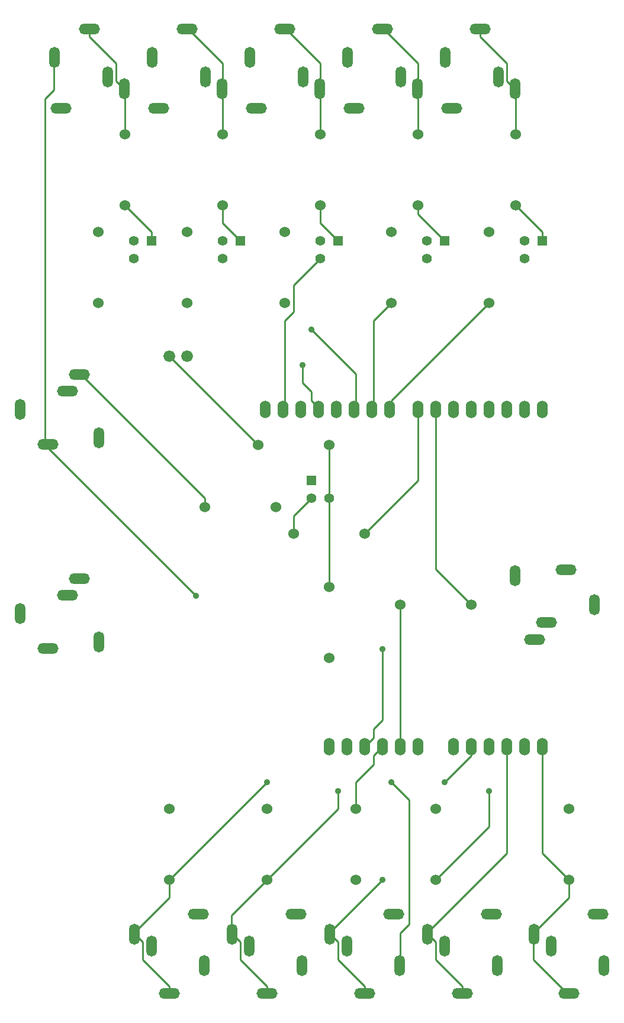
<source format=gtl>
G04 (created by PCBNEW (2013-jul-07)-stable) date Fr 13 Feb 2015 15:01:28 CET*
%MOIN*%
G04 Gerber Fmt 3.4, Leading zero omitted, Abs format*
%FSLAX34Y34*%
G01*
G70*
G90*
G04 APERTURE LIST*
%ADD10C,0.00590551*%
%ADD11R,0.055X0.055*%
%ADD12C,0.055*%
%ADD13C,0.06*%
%ADD14C,0.066*%
%ADD15O,0.0590551X0.11811*%
%ADD16O,0.11811X0.0590551*%
%ADD17O,0.06X0.1*%
%ADD18C,0.035*%
%ADD19C,0.01*%
G04 APERTURE END LIST*
G54D10*
G54D11*
X73000Y-67000D03*
G54D12*
X73000Y-68000D03*
X74000Y-68000D03*
G54D11*
X64000Y-53500D03*
G54D12*
X63000Y-53500D03*
X63000Y-54500D03*
G54D11*
X69000Y-53500D03*
G54D12*
X68000Y-53500D03*
X68000Y-54500D03*
G54D11*
X74500Y-53500D03*
G54D12*
X73500Y-53500D03*
X73500Y-54500D03*
G54D11*
X80500Y-53500D03*
G54D12*
X79500Y-53500D03*
X79500Y-54500D03*
G54D11*
X86000Y-53500D03*
G54D12*
X85000Y-53500D03*
X85000Y-54500D03*
G54D13*
X66000Y-57000D03*
X66000Y-53000D03*
X65000Y-89500D03*
X65000Y-85500D03*
X74000Y-73000D03*
X74000Y-77000D03*
X82000Y-74000D03*
X78000Y-74000D03*
X76000Y-70000D03*
X72000Y-70000D03*
X61000Y-57000D03*
X61000Y-53000D03*
X80000Y-89500D03*
X80000Y-85500D03*
X71500Y-57000D03*
X71500Y-53000D03*
X77500Y-57000D03*
X77500Y-53000D03*
X83000Y-57000D03*
X83000Y-53000D03*
X74000Y-65000D03*
X70000Y-65000D03*
X84500Y-47500D03*
X84500Y-51500D03*
X79000Y-47500D03*
X79000Y-51500D03*
X73500Y-47500D03*
X73500Y-51500D03*
X68000Y-47500D03*
X68000Y-51500D03*
X62500Y-47500D03*
X62500Y-51500D03*
X67000Y-68500D03*
X71000Y-68500D03*
X75500Y-89500D03*
X75500Y-85500D03*
X70500Y-89500D03*
X70500Y-85500D03*
X87500Y-89500D03*
X87500Y-85500D03*
G54D14*
X65000Y-60000D03*
X66000Y-60000D03*
G54D15*
X84468Y-44937D03*
X80531Y-43165D03*
X83523Y-44267D03*
G54D16*
X82500Y-41590D03*
X80877Y-46039D03*
G54D15*
X78968Y-44937D03*
X75031Y-43165D03*
X78023Y-44267D03*
G54D16*
X77000Y-41590D03*
X75377Y-46039D03*
G54D15*
X73468Y-44937D03*
X69531Y-43165D03*
X72523Y-44267D03*
G54D16*
X71500Y-41590D03*
X69877Y-46039D03*
G54D15*
X67968Y-44937D03*
X64031Y-43165D03*
X67023Y-44267D03*
G54D16*
X66000Y-41590D03*
X64377Y-46039D03*
G54D15*
X62468Y-44937D03*
X58531Y-43165D03*
X61523Y-44267D03*
G54D16*
X60500Y-41590D03*
X58877Y-46039D03*
X59937Y-61031D03*
X58165Y-64968D03*
X59267Y-61976D03*
G54D15*
X56590Y-63000D03*
X61039Y-64622D03*
G54D16*
X59937Y-72531D03*
X58165Y-76468D03*
X59267Y-73476D03*
G54D15*
X56590Y-74500D03*
X61039Y-76122D03*
X63031Y-92562D03*
X66968Y-94334D03*
X63976Y-93232D03*
G54D16*
X65000Y-95909D03*
X66622Y-91460D03*
G54D15*
X68531Y-92562D03*
X72468Y-94334D03*
X69476Y-93232D03*
G54D16*
X70500Y-95909D03*
X72122Y-91460D03*
G54D15*
X79531Y-92562D03*
X83468Y-94334D03*
X80476Y-93232D03*
G54D16*
X81500Y-95909D03*
X83122Y-91460D03*
G54D15*
X74031Y-92562D03*
X77968Y-94334D03*
X74976Y-93232D03*
G54D16*
X76000Y-95909D03*
X77622Y-91460D03*
G54D15*
X85531Y-92562D03*
X89468Y-94334D03*
X86476Y-93232D03*
G54D16*
X87500Y-95909D03*
X89122Y-91460D03*
X85562Y-75968D03*
X87334Y-72031D03*
X86232Y-75023D03*
G54D15*
X88909Y-74000D03*
X84460Y-72377D03*
G54D17*
X86000Y-82000D03*
X85000Y-82000D03*
X84000Y-82000D03*
X81000Y-82000D03*
X82000Y-82000D03*
X83000Y-82000D03*
X79000Y-82000D03*
X78000Y-82000D03*
X77000Y-82000D03*
X75000Y-82000D03*
X74000Y-82000D03*
X86000Y-63000D03*
X85000Y-63000D03*
X84000Y-63000D03*
X83000Y-63000D03*
X82000Y-63000D03*
X81000Y-63000D03*
X80000Y-63000D03*
X79000Y-63000D03*
X77400Y-63000D03*
X76400Y-63000D03*
X75400Y-63000D03*
X74400Y-63000D03*
X73400Y-63000D03*
X72400Y-63000D03*
X71400Y-63000D03*
X70400Y-63000D03*
X76000Y-82000D03*
G54D18*
X66500Y-73500D03*
X83000Y-84500D03*
X77000Y-89500D03*
X72500Y-60500D03*
X74500Y-84500D03*
X70500Y-84000D03*
X80500Y-84000D03*
X77000Y-76500D03*
X77500Y-84000D03*
X73000Y-58500D03*
G54D19*
X73500Y-54500D02*
X72000Y-56000D01*
X72000Y-56000D02*
X72000Y-57500D01*
X72000Y-57500D02*
X71500Y-58000D01*
X71500Y-58000D02*
X71500Y-63000D01*
X71500Y-63000D02*
X71400Y-63000D01*
X77000Y-82000D02*
X76500Y-82500D01*
X76500Y-82500D02*
X76500Y-83000D01*
X76500Y-83000D02*
X75500Y-84000D01*
X75500Y-84000D02*
X75500Y-85500D01*
X78000Y-74000D02*
X78000Y-82000D01*
X74000Y-68000D02*
X74000Y-73000D01*
X74000Y-65000D02*
X74000Y-68000D01*
X58165Y-64968D02*
X58000Y-65000D01*
X58000Y-65000D02*
X66500Y-73500D01*
X58165Y-64968D02*
X58000Y-65000D01*
X58000Y-65000D02*
X58000Y-45500D01*
X58000Y-45500D02*
X58500Y-45000D01*
X58500Y-45000D02*
X58500Y-43000D01*
X58500Y-43000D02*
X58531Y-43165D01*
X58165Y-64968D02*
X58000Y-65000D01*
X58165Y-64968D02*
X58000Y-65000D01*
X83000Y-57000D02*
X77500Y-62500D01*
X77500Y-62500D02*
X77500Y-63000D01*
X77500Y-63000D02*
X77400Y-63000D01*
X76000Y-70000D02*
X79000Y-67000D01*
X79000Y-67000D02*
X79000Y-63000D01*
X73000Y-68000D02*
X72000Y-69000D01*
X72000Y-69000D02*
X72000Y-70000D01*
X62500Y-51500D02*
X64000Y-53000D01*
X64000Y-53000D02*
X64000Y-53500D01*
X69000Y-53500D02*
X68000Y-52500D01*
X68000Y-52500D02*
X68000Y-51500D01*
X74500Y-53500D02*
X73500Y-52500D01*
X73500Y-52500D02*
X73500Y-51500D01*
X80500Y-53500D02*
X79000Y-52000D01*
X79000Y-52000D02*
X79000Y-51500D01*
X84500Y-51500D02*
X86000Y-53000D01*
X86000Y-53000D02*
X86000Y-53500D01*
X87500Y-89500D02*
X86000Y-88000D01*
X86000Y-88000D02*
X86000Y-82000D01*
X85531Y-92562D02*
X85500Y-92500D01*
X85500Y-92500D02*
X87500Y-90500D01*
X87500Y-90500D02*
X87500Y-89500D01*
X87500Y-95909D02*
X87500Y-96000D01*
X87500Y-96000D02*
X85500Y-94000D01*
X85500Y-94000D02*
X85500Y-92500D01*
X85500Y-92500D02*
X85531Y-92562D01*
X85531Y-92562D02*
X85500Y-92500D01*
X85500Y-92500D02*
X85531Y-92562D01*
X80000Y-89500D02*
X83000Y-86500D01*
X83000Y-86500D02*
X83000Y-84500D01*
X74031Y-92562D02*
X74000Y-92500D01*
X74000Y-92500D02*
X77000Y-89500D01*
X74031Y-92562D02*
X74000Y-92500D01*
X74000Y-92500D02*
X74500Y-93000D01*
X74500Y-93000D02*
X74500Y-94000D01*
X74500Y-94000D02*
X76000Y-95500D01*
X76000Y-95500D02*
X76000Y-95909D01*
X73400Y-63000D02*
X73500Y-63000D01*
X73500Y-63000D02*
X73000Y-62500D01*
X73000Y-62500D02*
X73000Y-62000D01*
X73000Y-62000D02*
X72500Y-61500D01*
X72500Y-61500D02*
X72500Y-60500D01*
X82000Y-74000D02*
X80000Y-72000D01*
X80000Y-72000D02*
X80000Y-63000D01*
X66000Y-41590D02*
X66000Y-41500D01*
X66000Y-41500D02*
X68000Y-43500D01*
X68000Y-43500D02*
X68000Y-45000D01*
X68000Y-45000D02*
X67968Y-44937D01*
X67968Y-44937D02*
X68000Y-45000D01*
X68000Y-45000D02*
X68000Y-47500D01*
X68000Y-45000D02*
X67968Y-44937D01*
X67968Y-44937D02*
X68000Y-45000D01*
X71500Y-41590D02*
X71500Y-41500D01*
X71500Y-41500D02*
X73500Y-43500D01*
X73500Y-43500D02*
X73500Y-45000D01*
X73500Y-45000D02*
X73468Y-44937D01*
X73468Y-44937D02*
X73500Y-45000D01*
X73500Y-45000D02*
X73500Y-47500D01*
X73500Y-45000D02*
X73468Y-44937D01*
X73468Y-44937D02*
X73500Y-45000D01*
X77000Y-41590D02*
X77000Y-41500D01*
X77000Y-41500D02*
X79000Y-43500D01*
X79000Y-43500D02*
X79000Y-45000D01*
X79000Y-45000D02*
X78968Y-44937D01*
X78968Y-44937D02*
X79000Y-45000D01*
X79000Y-45000D02*
X79000Y-47500D01*
X79000Y-45000D02*
X78968Y-44937D01*
X78968Y-44937D02*
X79000Y-45000D01*
X62468Y-44937D02*
X62500Y-45000D01*
X62500Y-45000D02*
X62000Y-44500D01*
X62000Y-44500D02*
X62000Y-43500D01*
X62000Y-43500D02*
X60500Y-42000D01*
X60500Y-42000D02*
X60500Y-41590D01*
X62468Y-44937D02*
X62500Y-45000D01*
X62500Y-45000D02*
X62500Y-47500D01*
X62468Y-44937D02*
X62500Y-45000D01*
X62468Y-44937D02*
X62500Y-45000D01*
X84468Y-44937D02*
X84500Y-45000D01*
X84500Y-45000D02*
X84000Y-44500D01*
X84000Y-44500D02*
X84000Y-43500D01*
X84000Y-43500D02*
X82500Y-42000D01*
X82500Y-42000D02*
X82500Y-41590D01*
X84500Y-47500D02*
X84500Y-45000D01*
X84500Y-45000D02*
X84468Y-44937D01*
X84468Y-44937D02*
X84500Y-45000D01*
X84500Y-45000D02*
X84468Y-44937D01*
X79531Y-92562D02*
X79500Y-92500D01*
X79500Y-92500D02*
X84000Y-88000D01*
X84000Y-88000D02*
X84000Y-82000D01*
X79531Y-92562D02*
X79500Y-92500D01*
X79500Y-92500D02*
X80000Y-93000D01*
X80000Y-93000D02*
X80000Y-94000D01*
X80000Y-94000D02*
X81500Y-95500D01*
X81500Y-95500D02*
X81500Y-95909D01*
X79531Y-92562D02*
X79500Y-92500D01*
X79500Y-92500D02*
X79531Y-92562D01*
X70500Y-89500D02*
X74500Y-85500D01*
X74500Y-85500D02*
X74500Y-84500D01*
X70500Y-89500D02*
X68500Y-91500D01*
X68500Y-91500D02*
X68500Y-92500D01*
X68500Y-92500D02*
X68531Y-92562D01*
X68531Y-92562D02*
X68500Y-92500D01*
X68500Y-92500D02*
X69000Y-93000D01*
X69000Y-93000D02*
X69000Y-94000D01*
X69000Y-94000D02*
X70500Y-95500D01*
X70500Y-95500D02*
X70500Y-95909D01*
X68500Y-92500D02*
X68531Y-92562D01*
X68531Y-92562D02*
X68500Y-92500D01*
X65000Y-89500D02*
X70500Y-84000D01*
X80500Y-84000D02*
X82000Y-82500D01*
X82000Y-82500D02*
X82000Y-82000D01*
X63031Y-92562D02*
X63000Y-92500D01*
X63000Y-92500D02*
X63500Y-93000D01*
X63500Y-93000D02*
X63500Y-94000D01*
X63500Y-94000D02*
X65000Y-95500D01*
X65000Y-95500D02*
X65000Y-95909D01*
X63031Y-92562D02*
X63000Y-92500D01*
X63000Y-92500D02*
X65000Y-90500D01*
X65000Y-90500D02*
X65000Y-89500D01*
X63031Y-92562D02*
X63000Y-92500D01*
X63031Y-92562D02*
X63000Y-92500D01*
X76000Y-82000D02*
X76500Y-81500D01*
X76500Y-81500D02*
X76500Y-81000D01*
X76500Y-81000D02*
X77000Y-80500D01*
X77000Y-80500D02*
X77000Y-76500D01*
X77500Y-84000D02*
X78500Y-85000D01*
X78500Y-85000D02*
X78500Y-92000D01*
X78500Y-92000D02*
X78000Y-92500D01*
X78000Y-92500D02*
X78000Y-94500D01*
X78000Y-94500D02*
X77968Y-94334D01*
X59937Y-61031D02*
X60000Y-61000D01*
X60000Y-61000D02*
X67000Y-68000D01*
X67000Y-68000D02*
X67000Y-68500D01*
X70000Y-65000D02*
X65000Y-60000D01*
X73000Y-58500D02*
X75500Y-61000D01*
X75500Y-61000D02*
X75500Y-63000D01*
X75500Y-63000D02*
X75400Y-63000D01*
X77500Y-57000D02*
X76500Y-58000D01*
X76500Y-58000D02*
X76500Y-63000D01*
X76500Y-63000D02*
X76400Y-63000D01*
M02*

</source>
